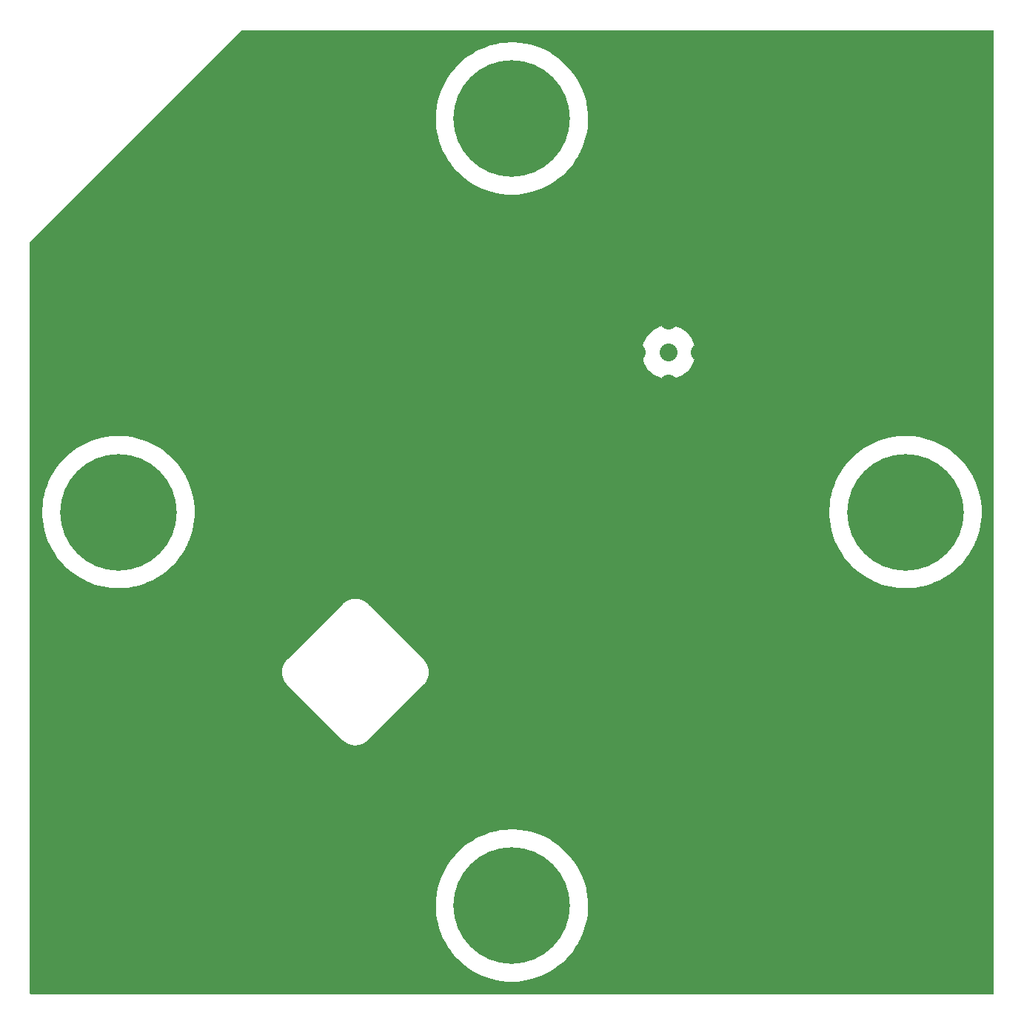
<source format=gbr>
G04 #@! TF.GenerationSoftware,KiCad,Pcbnew,6.0.4-6f826c9f35~116~ubuntu20.04.1*
G04 #@! TF.CreationDate,2022-04-14T13:24:01-04:00*
G04 #@! TF.ProjectId,LWA Balun 2020,4c574120-4261-46c7-956e-20323032302e,rev?*
G04 #@! TF.SameCoordinates,Original*
G04 #@! TF.FileFunction,Copper,L2,Bot*
G04 #@! TF.FilePolarity,Positive*
%FSLAX46Y46*%
G04 Gerber Fmt 4.6, Leading zero omitted, Abs format (unit mm)*
G04 Created by KiCad (PCBNEW 6.0.4-6f826c9f35~116~ubuntu20.04.1) date 2022-04-14 13:24:01*
%MOMM*%
%LPD*%
G01*
G04 APERTURE LIST*
G04 #@! TA.AperFunction,ComponentPad*
%ADD10C,13.335000*%
G04 #@! TD*
G04 #@! TA.AperFunction,ComponentPad*
%ADD11C,0.762000*%
G04 #@! TD*
G04 #@! TA.AperFunction,ComponentPad*
%ADD12C,7.620000*%
G04 #@! TD*
G04 #@! TA.AperFunction,ComponentPad*
%ADD13C,2.032000*%
G04 #@! TD*
G04 #@! TA.AperFunction,ViaPad*
%ADD14C,1.270000*%
G04 #@! TD*
G04 #@! TA.AperFunction,ViaPad*
%ADD15C,0.762000*%
G04 #@! TD*
G04 APERTURE END LIST*
D10*
G04 #@! TO.P,FP1,1,Pin_1*
G04 #@! TO.N,Net-(C4-Pad2)*
X101304000Y-100076000D03*
G04 #@! TD*
G04 #@! TO.P,FP2,1,Pin_1*
G04 #@! TO.N,Net-(C7-Pad2)*
X191304000Y-100076000D03*
G04 #@! TD*
G04 #@! TO.P,FP3,1,Pin_1*
G04 #@! TO.N,unconnected-(FP3-Pad1)*
X146304000Y-55076000D03*
G04 #@! TD*
G04 #@! TO.P,FP4,1,Pin_1*
G04 #@! TO.N,unconnected-(FP4-Pad1)*
X146304000Y-145076000D03*
G04 #@! TD*
D11*
G04 #@! TO.P,U1,2*
G04 #@! TO.N,GND*
X133121400Y-98018600D03*
X135661400Y-96748600D03*
X134391400Y-96748600D03*
X133121400Y-96748600D03*
X134391400Y-98018600D03*
X135661400Y-98018600D03*
X134391400Y-101384100D03*
G04 #@! TD*
G04 #@! TO.P,U4,2*
G04 #@! TO.N,GND*
X143611600Y-79273400D03*
X143611600Y-76733400D03*
X143611600Y-78003400D03*
X146977100Y-78003400D03*
X142341600Y-76733400D03*
X142341600Y-78003400D03*
X142341600Y-79273400D03*
G04 #@! TD*
D12*
G04 #@! TO.P,MH1,1*
G04 #@! TO.N,GND*
X171929628Y-125701628D03*
G04 #@! TD*
G04 #@! TO.P,MH2,1*
G04 #@! TO.N,GND*
X120678372Y-74450372D03*
G04 #@! TD*
D11*
G04 #@! TO.P,U2,2*
G04 #@! TO.N,GND*
X156946600Y-102133400D03*
X159486600Y-103403400D03*
X156946600Y-103403400D03*
X159486600Y-102133400D03*
X158216600Y-102133400D03*
X158216600Y-98767900D03*
X158216600Y-103403400D03*
G04 #@! TD*
D13*
G04 #@! TO.P,S3,1,In*
G04 #@! TO.N,/DC_PWR*
X164211000Y-81788000D03*
G04 #@! TO.P,S3,2,Ext*
G04 #@! TO.N,GND*
X164211000Y-78195898D03*
X167803102Y-81788000D03*
X164211000Y-85380102D03*
X160618898Y-81788000D03*
G04 #@! TD*
D14*
G04 #@! TO.N,GND*
X146304000Y-100076000D03*
X155829000Y-134493000D03*
X174879000Y-102616000D03*
X137541000Y-130175000D03*
X146304000Y-89281000D03*
X136779000Y-120396000D03*
D15*
X178178848Y-104197826D03*
X178178847Y-106147826D03*
X178178847Y-105497826D03*
X178178847Y-104847826D03*
D14*
X146739000Y-84709000D03*
X151406020Y-127381000D03*
X148590000Y-125182040D03*
X154206000Y-125415960D03*
X162941000Y-122113954D03*
X162941000Y-125425200D03*
X153670000Y-131699000D03*
X138684000Y-82296000D03*
X110744000Y-64516000D03*
X187911630Y-121276150D03*
X167259000Y-89357200D03*
X107950000Y-70612000D03*
X167894000Y-97536000D03*
X132842000Y-106426000D03*
X159766000Y-106426000D03*
X163449000Y-67538600D03*
X134366000Y-102743000D03*
X128524000Y-93726000D03*
X151257000Y-94234000D03*
X113030000Y-67183000D03*
X164871400Y-74523600D03*
X113792000Y-84963000D03*
X116141500Y-47833010D03*
X173228000Y-82169000D03*
X108839000Y-138811000D03*
X117729000Y-97536000D03*
X124714000Y-102616000D03*
X180594000Y-130556000D03*
X117729000Y-102616000D03*
X125222000Y-108204000D03*
X105029000Y-59055000D03*
X177546000Y-74803000D03*
X179324000Y-67056000D03*
X176466500Y-47833020D03*
X162306000Y-105232200D03*
X116459000Y-108127800D03*
X125103850Y-141683630D03*
X128524000Y-89916000D03*
X104696370Y-121276150D03*
X94061010Y-130238500D03*
X163271200Y-90068400D03*
X174879000Y-97536000D03*
X100584000Y-141224000D03*
X149148800Y-83794600D03*
X152425400Y-77774800D03*
X187911630Y-78875850D03*
X151384000Y-104216200D03*
X166370000Y-58420000D03*
X141351000Y-94234000D03*
X124460000Y-81026000D03*
X142875000Y-133223000D03*
X130302000Y-105232200D03*
X113919000Y-117221000D03*
X150114000Y-113766600D03*
X151384000Y-107696000D03*
X94061020Y-69913500D03*
X157226000Y-78486000D03*
X118110000Y-89408000D03*
X198546990Y-69913500D03*
X161544000Y-92456000D03*
X117729000Y-124841000D03*
X141224000Y-104216200D03*
X116205000Y-153416000D03*
X175437800Y-110566200D03*
X138684000Y-87376000D03*
X181864000Y-64516000D03*
X167504150Y-141683630D03*
X157937200Y-94107000D03*
X153797000Y-135636000D03*
X165963600Y-70027800D03*
X162306000Y-95072200D03*
X146304000Y-67056000D03*
X126619000Y-53721000D03*
X125984000Y-132461000D03*
X166624000Y-133731000D03*
X167894000Y-102616000D03*
X181864000Y-135636000D03*
X141224000Y-107696000D03*
X126517400Y-66827400D03*
X182626000Y-82042000D03*
X143129000Y-113766600D03*
X104696370Y-78875850D03*
X158242000Y-97409000D03*
X180594000Y-69596000D03*
X198546980Y-130238500D03*
X175437800Y-89585800D03*
X130302000Y-95072200D03*
X124714000Y-97536000D03*
X179324000Y-133096000D03*
X125222000Y-92100400D03*
X138684000Y-78740000D03*
X188950600Y-142494000D03*
X110744000Y-135636000D03*
X158623000Y-129921000D03*
X176466500Y-152318990D03*
X178054000Y-119761000D03*
X164719000Y-112699800D03*
X188960220Y-57419780D03*
G04 #@! TD*
G04 #@! TA.AperFunction,Conductor*
G04 #@! TO.N,GND*
G36*
X201363621Y-44978502D02*
G01*
X201410114Y-45032158D01*
X201421500Y-45084500D01*
X201421500Y-155067500D01*
X201401498Y-155135621D01*
X201347842Y-155182114D01*
X201295500Y-155193500D01*
X91312500Y-155193500D01*
X91244379Y-155173498D01*
X91197886Y-155119842D01*
X91186500Y-155067500D01*
X91186500Y-144863321D01*
X137601737Y-144863321D01*
X137606775Y-145440522D01*
X137650054Y-146016119D01*
X137731385Y-146587583D01*
X137850411Y-147152401D01*
X138006608Y-147708088D01*
X138199289Y-148252202D01*
X138200115Y-148254121D01*
X138200117Y-148254125D01*
X138223623Y-148308705D01*
X138427606Y-148782350D01*
X138690557Y-149296200D01*
X138986985Y-149791495D01*
X139315585Y-150266055D01*
X139446488Y-150430622D01*
X139673616Y-150716162D01*
X139673629Y-150716177D01*
X139674915Y-150717794D01*
X140063393Y-151144725D01*
X140479311Y-151544972D01*
X140920841Y-151916775D01*
X141386041Y-152258498D01*
X141629453Y-152413569D01*
X141871100Y-152567516D01*
X141871109Y-152567522D01*
X141872865Y-152568640D01*
X141874688Y-152569638D01*
X141874693Y-152569641D01*
X142377340Y-152844831D01*
X142379174Y-152845835D01*
X142381074Y-152846717D01*
X142381080Y-152846720D01*
X142877645Y-153077218D01*
X142902740Y-153088867D01*
X143441262Y-153296665D01*
X143443247Y-153297283D01*
X143443252Y-153297285D01*
X143675660Y-153369672D01*
X143992371Y-153468316D01*
X144058741Y-153484250D01*
X144551631Y-153602583D01*
X144551646Y-153602586D01*
X144553645Y-153603066D01*
X144555676Y-153603413D01*
X144555685Y-153603415D01*
X145120571Y-153699973D01*
X145120582Y-153699975D01*
X145122615Y-153700322D01*
X145283724Y-153716971D01*
X145694707Y-153759442D01*
X145694714Y-153759442D01*
X145696780Y-153759656D01*
X145698870Y-153759733D01*
X145698875Y-153759733D01*
X145855920Y-153765492D01*
X146273614Y-153780808D01*
X146609821Y-153770830D01*
X146848504Y-153763746D01*
X146848513Y-153763745D01*
X146850583Y-153763684D01*
X146964456Y-153752719D01*
X147423065Y-153708561D01*
X147423078Y-153708559D01*
X147425148Y-153708360D01*
X147709965Y-153661719D01*
X147992721Y-153615416D01*
X147992731Y-153615414D01*
X147994783Y-153615078D01*
X147996814Y-153614605D01*
X147996821Y-153614604D01*
X148172497Y-153573723D01*
X148556984Y-153484250D01*
X149109278Y-153316450D01*
X149111223Y-153315715D01*
X149111232Y-153315712D01*
X149349660Y-153225617D01*
X149649237Y-153112417D01*
X150174487Y-152873046D01*
X150682719Y-152599392D01*
X150921600Y-152449542D01*
X151169916Y-152293774D01*
X151169925Y-152293768D01*
X151171696Y-152292657D01*
X151286926Y-152209245D01*
X151637571Y-151955421D01*
X151637579Y-151955415D01*
X151639271Y-151954190D01*
X151724448Y-151883474D01*
X152081778Y-151586813D01*
X152081793Y-151586800D01*
X152083385Y-151585478D01*
X152084887Y-151584053D01*
X152084899Y-151584042D01*
X152500581Y-151189575D01*
X152502088Y-151188145D01*
X152893537Y-150763936D01*
X153256011Y-150314716D01*
X153587917Y-149842462D01*
X153887795Y-149349249D01*
X153916381Y-149294337D01*
X154153358Y-148839107D01*
X154154327Y-148837246D01*
X154155159Y-148835350D01*
X154155166Y-148835336D01*
X154385504Y-148310609D01*
X154386340Y-148308705D01*
X154407507Y-148250234D01*
X154582104Y-147767915D01*
X154582107Y-147767906D01*
X154582815Y-147765950D01*
X154600093Y-147706091D01*
X154742306Y-147213380D01*
X154742306Y-147213379D01*
X154742887Y-147211367D01*
X154865853Y-146647394D01*
X154951172Y-146076512D01*
X154998469Y-145501230D01*
X155008861Y-145076000D01*
X154989723Y-144499095D01*
X154989515Y-144497008D01*
X154932600Y-143926797D01*
X154932598Y-143926786D01*
X154932393Y-143924727D01*
X154932050Y-143922676D01*
X154837467Y-143357467D01*
X154837464Y-143357454D01*
X154837124Y-143355420D01*
X154788444Y-143149487D01*
X154704813Y-142795706D01*
X154704812Y-142795704D01*
X154704334Y-142793680D01*
X154534608Y-142241974D01*
X154328691Y-141702731D01*
X154087488Y-141178319D01*
X153984868Y-140989315D01*
X153813062Y-140672888D01*
X153812062Y-140671046D01*
X153503621Y-140183142D01*
X153163524Y-139716752D01*
X152793265Y-139273927D01*
X152644906Y-139118678D01*
X152395916Y-138858126D01*
X152395915Y-138858125D01*
X152394472Y-138856615D01*
X151968899Y-138466649D01*
X151518417Y-138105745D01*
X151045007Y-137775489D01*
X151043240Y-137774423D01*
X151043226Y-137774414D01*
X150552539Y-137478413D01*
X150552526Y-137478406D01*
X150550751Y-137477335D01*
X150037821Y-137212592D01*
X149508473Y-136982425D01*
X149506504Y-136981720D01*
X149506499Y-136981718D01*
X148967024Y-136788558D01*
X148967020Y-136788557D01*
X148965035Y-136787846D01*
X148409896Y-136629711D01*
X147845498Y-136508714D01*
X147843434Y-136508413D01*
X147843429Y-136508412D01*
X147276402Y-136425691D01*
X147276389Y-136425690D01*
X147274322Y-136425388D01*
X147004491Y-136404152D01*
X146700940Y-136380262D01*
X146700934Y-136380262D01*
X146698879Y-136380100D01*
X146403246Y-136376488D01*
X146123765Y-136373073D01*
X146123758Y-136373073D01*
X146121699Y-136373048D01*
X145545321Y-136404264D01*
X145543261Y-136404513D01*
X145543253Y-136404514D01*
X145372115Y-136425224D01*
X144972280Y-136473609D01*
X144970225Y-136473997D01*
X144970227Y-136473997D01*
X144407161Y-136580389D01*
X144407154Y-136580391D01*
X144405093Y-136580780D01*
X143846257Y-136725305D01*
X143844292Y-136725955D01*
X143300212Y-136905892D01*
X143300198Y-136905897D01*
X143298227Y-136906549D01*
X143296289Y-136907336D01*
X142765358Y-137122924D01*
X142765342Y-137122931D01*
X142763414Y-137123714D01*
X142761523Y-137124632D01*
X142761519Y-137124634D01*
X142580377Y-137212592D01*
X142244169Y-137375846D01*
X141742776Y-137661835D01*
X141741062Y-137662969D01*
X141741053Y-137662975D01*
X141572688Y-137774414D01*
X141261438Y-137980426D01*
X140802273Y-138330216D01*
X140367299Y-138709668D01*
X139958429Y-139117113D01*
X139957056Y-139118676D01*
X139957054Y-139118678D01*
X139819270Y-139275515D01*
X139577462Y-139550759D01*
X139576176Y-139552435D01*
X139451306Y-139715169D01*
X139226071Y-140008700D01*
X138905802Y-140488923D01*
X138904755Y-140490744D01*
X138619106Y-140987502D01*
X138619100Y-140987514D01*
X138618064Y-140989315D01*
X138364121Y-141507677D01*
X138363330Y-141509606D01*
X138363324Y-141509619D01*
X138284906Y-141700823D01*
X138145091Y-142041729D01*
X137961935Y-142589122D01*
X137815460Y-143147451D01*
X137706310Y-143714260D01*
X137706053Y-143716324D01*
X137706051Y-143716336D01*
X137680095Y-143924727D01*
X137634965Y-144287056D01*
X137601737Y-144863321D01*
X91186500Y-144863321D01*
X91186500Y-118399558D01*
X120009847Y-118399558D01*
X120010230Y-118403936D01*
X120010230Y-118403938D01*
X120012375Y-118428455D01*
X120012835Y-118441631D01*
X120012329Y-118470632D01*
X120012864Y-118474988D01*
X120012864Y-118474991D01*
X120025056Y-118574283D01*
X120025515Y-118578648D01*
X120034621Y-118682729D01*
X120035609Y-118687010D01*
X120035610Y-118687014D01*
X120041146Y-118710993D01*
X120043436Y-118723979D01*
X120046971Y-118752766D01*
X120048109Y-118757012D01*
X120074000Y-118853641D01*
X120075064Y-118857908D01*
X120097576Y-118955419D01*
X120097578Y-118955427D01*
X120098564Y-118959696D01*
X120100135Y-118963788D01*
X120100140Y-118963805D01*
X120108960Y-118986781D01*
X120113035Y-118999323D01*
X120119401Y-119023080D01*
X120120541Y-119027333D01*
X120122258Y-119031378D01*
X120161356Y-119123488D01*
X120163003Y-119127565D01*
X120200432Y-119225069D01*
X120202565Y-119228917D01*
X120214493Y-119250437D01*
X120220273Y-119262287D01*
X120231607Y-119288988D01*
X120269338Y-119351782D01*
X120285404Y-119378521D01*
X120287593Y-119382313D01*
X120338240Y-119473682D01*
X120340885Y-119477192D01*
X120355695Y-119496846D01*
X120363068Y-119507778D01*
X120375735Y-119528859D01*
X120375743Y-119528870D01*
X120378008Y-119532640D01*
X120413323Y-119576250D01*
X120443739Y-119613812D01*
X120446446Y-119617277D01*
X120509307Y-119700696D01*
X120529810Y-119721199D01*
X120538636Y-119731000D01*
X120553502Y-119749358D01*
X120556894Y-119753547D01*
X120560109Y-119756545D01*
X120633299Y-119824796D01*
X120636462Y-119827851D01*
X126879810Y-126071199D01*
X126888635Y-126080999D01*
X126906894Y-126103547D01*
X126910109Y-126106545D01*
X126983299Y-126174796D01*
X126986462Y-126177851D01*
X127009993Y-126201382D01*
X127035136Y-126223238D01*
X127038379Y-126226159D01*
X127114783Y-126297407D01*
X127138551Y-126314050D01*
X127148930Y-126322159D01*
X127170824Y-126341191D01*
X127174512Y-126343586D01*
X127174520Y-126343592D01*
X127258437Y-126398088D01*
X127262060Y-126400531D01*
X127347629Y-126460447D01*
X127351545Y-126462442D01*
X127351553Y-126462447D01*
X127373477Y-126473617D01*
X127384894Y-126480208D01*
X127409218Y-126496005D01*
X127484501Y-126531110D01*
X127503874Y-126540144D01*
X127507820Y-126542069D01*
X127600900Y-126589495D01*
X127628340Y-126598944D01*
X127640550Y-126603877D01*
X127666839Y-126616136D01*
X127740781Y-126638742D01*
X127766739Y-126646678D01*
X127770923Y-126648038D01*
X127865505Y-126680606D01*
X127865510Y-126680607D01*
X127869665Y-126682038D01*
X127892260Y-126686430D01*
X127898140Y-126687573D01*
X127910933Y-126690763D01*
X127938670Y-126699243D01*
X127943015Y-126699931D01*
X127943023Y-126699933D01*
X128010543Y-126710627D01*
X128041859Y-126715587D01*
X128046144Y-126716342D01*
X128148695Y-126736276D01*
X128153087Y-126736506D01*
X128153093Y-126736507D01*
X128169394Y-126737361D01*
X128177661Y-126737794D01*
X128190762Y-126739171D01*
X128219423Y-126743710D01*
X128223808Y-126743787D01*
X128223813Y-126743787D01*
X128323871Y-126745533D01*
X128328267Y-126745687D01*
X128428161Y-126750923D01*
X128428168Y-126750923D01*
X128432558Y-126751153D01*
X128436936Y-126750770D01*
X128436938Y-126750770D01*
X128446096Y-126749969D01*
X128461459Y-126748625D01*
X128474631Y-126748165D01*
X128503632Y-126748671D01*
X128507988Y-126748136D01*
X128507991Y-126748136D01*
X128543409Y-126743787D01*
X128607305Y-126735942D01*
X128611648Y-126735485D01*
X128642771Y-126732762D01*
X128711356Y-126726762D01*
X128711362Y-126726761D01*
X128715729Y-126726379D01*
X128720010Y-126725391D01*
X128720014Y-126725390D01*
X128743993Y-126719854D01*
X128756979Y-126717564D01*
X128773102Y-126715584D01*
X128781402Y-126714565D01*
X128781404Y-126714565D01*
X128785766Y-126714029D01*
X128886641Y-126687000D01*
X128890908Y-126685936D01*
X128988419Y-126663424D01*
X128988427Y-126663422D01*
X128992696Y-126662436D01*
X128996788Y-126660865D01*
X128996805Y-126660860D01*
X129019781Y-126652040D01*
X129032323Y-126647965D01*
X129056080Y-126641599D01*
X129056086Y-126641597D01*
X129060333Y-126640459D01*
X129156488Y-126599644D01*
X129160565Y-126597997D01*
X129187923Y-126587495D01*
X129258069Y-126560568D01*
X129263396Y-126557615D01*
X129283437Y-126546507D01*
X129295287Y-126540727D01*
X129317943Y-126531110D01*
X129321988Y-126529393D01*
X129411539Y-126475586D01*
X129415313Y-126473407D01*
X129506682Y-126422760D01*
X129529846Y-126405305D01*
X129540778Y-126397932D01*
X129561859Y-126385265D01*
X129561870Y-126385257D01*
X129565640Y-126382992D01*
X129640758Y-126322163D01*
X129646812Y-126317261D01*
X129650277Y-126314554D01*
X129690067Y-126284570D01*
X129733696Y-126251693D01*
X129754199Y-126231190D01*
X129764000Y-126222364D01*
X129783133Y-126206871D01*
X129783136Y-126206868D01*
X129786547Y-126204106D01*
X129857804Y-126127692D01*
X129860860Y-126124529D01*
X136104199Y-119881190D01*
X136114000Y-119872364D01*
X136133133Y-119856871D01*
X136133136Y-119856868D01*
X136136547Y-119854106D01*
X136207804Y-119777692D01*
X136210860Y-119774529D01*
X136234382Y-119751007D01*
X136256230Y-119725874D01*
X136259166Y-119722613D01*
X136327405Y-119649435D01*
X136330406Y-119646217D01*
X136347045Y-119622454D01*
X136355155Y-119612074D01*
X136371304Y-119593497D01*
X136374191Y-119590176D01*
X136376590Y-119586482D01*
X136431084Y-119502569D01*
X136433543Y-119498923D01*
X136490923Y-119416975D01*
X136493447Y-119413371D01*
X136495442Y-119409455D01*
X136495447Y-119409447D01*
X136506617Y-119387523D01*
X136513208Y-119376106D01*
X136529005Y-119351782D01*
X136573148Y-119257118D01*
X136575072Y-119253173D01*
X136587431Y-119228917D01*
X136622495Y-119160100D01*
X136631944Y-119132660D01*
X136636879Y-119120446D01*
X136647277Y-119098148D01*
X136647278Y-119098146D01*
X136649136Y-119094161D01*
X136679679Y-118994259D01*
X136681038Y-118990077D01*
X136713606Y-118895495D01*
X136713607Y-118895490D01*
X136715038Y-118891335D01*
X136720573Y-118862860D01*
X136723763Y-118850067D01*
X136723910Y-118849586D01*
X136732243Y-118822330D01*
X136732931Y-118817985D01*
X136732933Y-118817977D01*
X136743952Y-118748402D01*
X136748587Y-118719141D01*
X136749342Y-118714856D01*
X136769276Y-118612305D01*
X136770794Y-118583339D01*
X136772171Y-118570238D01*
X136776710Y-118541577D01*
X136778533Y-118437129D01*
X136778687Y-118432733D01*
X136783923Y-118332839D01*
X136783923Y-118332832D01*
X136784153Y-118328442D01*
X136781625Y-118299541D01*
X136781165Y-118286367D01*
X136781594Y-118261760D01*
X136781671Y-118257368D01*
X136773500Y-118190814D01*
X136768939Y-118153670D01*
X136768480Y-118149298D01*
X136759762Y-118049662D01*
X136759378Y-118045271D01*
X136752853Y-118017010D01*
X136750564Y-118004024D01*
X136747565Y-117979599D01*
X136747565Y-117979598D01*
X136747029Y-117975234D01*
X136719994Y-117874336D01*
X136718930Y-117870069D01*
X136696425Y-117772590D01*
X136696424Y-117772587D01*
X136695435Y-117768303D01*
X136685038Y-117741218D01*
X136680970Y-117728699D01*
X136673459Y-117700667D01*
X136632637Y-117604496D01*
X136630990Y-117600419D01*
X136629034Y-117595324D01*
X136593568Y-117502931D01*
X136579508Y-117477565D01*
X136573729Y-117465717D01*
X136564113Y-117443063D01*
X136564111Y-117443058D01*
X136562393Y-117439012D01*
X136560130Y-117435245D01*
X136560126Y-117435238D01*
X136508600Y-117349486D01*
X136506401Y-117345676D01*
X136457896Y-117258169D01*
X136457890Y-117258160D01*
X136455760Y-117254317D01*
X136438302Y-117231149D01*
X136430929Y-117220217D01*
X136418265Y-117199141D01*
X136418257Y-117199130D01*
X136415992Y-117195360D01*
X136366710Y-117134501D01*
X136350266Y-117114194D01*
X136347559Y-117110729D01*
X136317859Y-117071317D01*
X136284693Y-117027304D01*
X136264190Y-117006801D01*
X136255364Y-116997000D01*
X136239871Y-116977867D01*
X136239868Y-116977864D01*
X136237106Y-116974453D01*
X136160692Y-116903196D01*
X136157529Y-116900140D01*
X129914190Y-110656801D01*
X129905364Y-110647000D01*
X129889871Y-110627867D01*
X129889868Y-110627864D01*
X129887106Y-110624453D01*
X129810692Y-110553196D01*
X129807529Y-110550140D01*
X129784007Y-110526618D01*
X129758881Y-110504776D01*
X129755613Y-110501834D01*
X129728238Y-110476307D01*
X129679217Y-110430594D01*
X129655454Y-110413955D01*
X129645074Y-110405845D01*
X129626497Y-110389696D01*
X129626498Y-110389696D01*
X129623176Y-110386809D01*
X129619482Y-110384410D01*
X129535569Y-110329916D01*
X129531923Y-110327457D01*
X129487456Y-110296321D01*
X129446371Y-110267553D01*
X129442455Y-110265558D01*
X129442447Y-110265553D01*
X129420523Y-110254383D01*
X129409106Y-110247792D01*
X129384782Y-110231995D01*
X129290118Y-110187852D01*
X129286173Y-110185928D01*
X129277465Y-110181491D01*
X129193100Y-110138505D01*
X129165660Y-110129056D01*
X129153450Y-110124123D01*
X129127161Y-110111864D01*
X129027259Y-110081321D01*
X129023077Y-110079962D01*
X128928495Y-110047394D01*
X128928490Y-110047393D01*
X128924335Y-110045962D01*
X128895860Y-110040427D01*
X128883067Y-110037237D01*
X128882586Y-110037090D01*
X128855330Y-110028757D01*
X128850985Y-110028069D01*
X128850977Y-110028067D01*
X128769160Y-110015109D01*
X128752142Y-110012414D01*
X128747847Y-110011656D01*
X128645305Y-109991724D01*
X128640913Y-109991494D01*
X128640907Y-109991493D01*
X128624757Y-109990647D01*
X128616337Y-109990206D01*
X128603237Y-109988829D01*
X128574576Y-109984290D01*
X128570191Y-109984213D01*
X128570186Y-109984213D01*
X128470129Y-109982467D01*
X128465733Y-109982313D01*
X128365839Y-109977077D01*
X128365832Y-109977077D01*
X128361442Y-109976847D01*
X128357064Y-109977230D01*
X128357062Y-109977230D01*
X128347861Y-109978035D01*
X128332541Y-109979375D01*
X128319370Y-109979835D01*
X128290368Y-109979329D01*
X128286013Y-109979864D01*
X128286007Y-109979864D01*
X128186670Y-109992061D01*
X128182298Y-109992520D01*
X128147693Y-109995548D01*
X128078271Y-110001622D01*
X128073985Y-110002612D01*
X128073982Y-110002612D01*
X128061266Y-110005548D01*
X128050010Y-110008147D01*
X128037024Y-110010436D01*
X128008234Y-110013971D01*
X127927651Y-110035563D01*
X127907336Y-110041006D01*
X127903069Y-110042070D01*
X127805590Y-110064575D01*
X127805587Y-110064576D01*
X127801303Y-110065565D01*
X127774218Y-110075962D01*
X127761699Y-110080030D01*
X127733667Y-110087541D01*
X127679393Y-110110579D01*
X127637496Y-110128363D01*
X127633427Y-110130007D01*
X127535931Y-110167432D01*
X127532079Y-110169567D01*
X127532077Y-110169568D01*
X127510567Y-110181491D01*
X127498717Y-110187271D01*
X127476063Y-110196887D01*
X127476058Y-110196889D01*
X127472012Y-110198607D01*
X127468245Y-110200870D01*
X127468238Y-110200874D01*
X127419537Y-110230137D01*
X127382468Y-110252410D01*
X127378676Y-110254599D01*
X127291169Y-110303104D01*
X127291160Y-110303110D01*
X127287317Y-110305240D01*
X127283806Y-110307885D01*
X127283807Y-110307885D01*
X127264149Y-110322698D01*
X127253217Y-110330071D01*
X127232141Y-110342735D01*
X127232130Y-110342743D01*
X127228360Y-110345008D01*
X127184658Y-110380397D01*
X127147194Y-110410734D01*
X127143729Y-110413441D01*
X127104317Y-110443141D01*
X127060304Y-110476307D01*
X127039801Y-110496810D01*
X127030000Y-110505636D01*
X127010867Y-110521129D01*
X127010864Y-110521132D01*
X127007453Y-110523894D01*
X127004455Y-110527109D01*
X126936204Y-110600299D01*
X126933149Y-110603462D01*
X120689801Y-116846810D01*
X120680000Y-116855636D01*
X120660867Y-116871129D01*
X120660864Y-116871132D01*
X120657453Y-116873894D01*
X120654455Y-116877109D01*
X120586204Y-116950299D01*
X120583149Y-116953462D01*
X120559618Y-116976993D01*
X120537770Y-117002126D01*
X120534841Y-117005379D01*
X120463593Y-117081783D01*
X120446950Y-117105551D01*
X120438841Y-117115930D01*
X120419809Y-117137824D01*
X120417414Y-117141512D01*
X120417408Y-117141520D01*
X120362912Y-117225437D01*
X120360469Y-117229060D01*
X120300553Y-117314629D01*
X120298558Y-117318545D01*
X120298553Y-117318553D01*
X120287383Y-117340477D01*
X120280792Y-117351894D01*
X120264995Y-117376218D01*
X120263138Y-117380200D01*
X120263137Y-117380202D01*
X120220856Y-117470874D01*
X120218931Y-117474820D01*
X120171505Y-117567900D01*
X120162056Y-117595340D01*
X120157123Y-117607550D01*
X120144864Y-117633839D01*
X120143579Y-117638043D01*
X120114322Y-117733739D01*
X120112963Y-117737921D01*
X120078962Y-117836665D01*
X120078124Y-117840978D01*
X120073427Y-117865140D01*
X120070237Y-117877933D01*
X120061757Y-117905670D01*
X120061069Y-117910015D01*
X120061067Y-117910023D01*
X120045416Y-118008844D01*
X120044656Y-118013153D01*
X120024724Y-118115695D01*
X120024494Y-118120087D01*
X120024493Y-118120093D01*
X120023206Y-118144658D01*
X120021829Y-118157763D01*
X120017290Y-118186424D01*
X120017213Y-118190809D01*
X120017213Y-118190814D01*
X120015467Y-118290871D01*
X120015313Y-118295267D01*
X120011711Y-118364000D01*
X120009847Y-118399558D01*
X91186500Y-118399558D01*
X91186500Y-99863321D01*
X92601737Y-99863321D01*
X92606775Y-100440522D01*
X92650054Y-101016119D01*
X92731385Y-101587583D01*
X92850411Y-102152401D01*
X93006608Y-102708088D01*
X93199289Y-103252202D01*
X93200115Y-103254121D01*
X93200117Y-103254125D01*
X93223623Y-103308705D01*
X93427606Y-103782350D01*
X93690557Y-104296200D01*
X93986985Y-104791495D01*
X94315585Y-105266055D01*
X94446488Y-105430622D01*
X94673616Y-105716162D01*
X94673629Y-105716177D01*
X94674915Y-105717794D01*
X95063393Y-106144725D01*
X95479311Y-106544972D01*
X95920841Y-106916775D01*
X96386041Y-107258498D01*
X96629453Y-107413569D01*
X96871100Y-107567516D01*
X96871109Y-107567522D01*
X96872865Y-107568640D01*
X96874688Y-107569638D01*
X96874693Y-107569641D01*
X97377340Y-107844831D01*
X97379174Y-107845835D01*
X97381074Y-107846717D01*
X97381080Y-107846720D01*
X97877645Y-108077218D01*
X97902740Y-108088867D01*
X98441262Y-108296665D01*
X98443247Y-108297283D01*
X98443252Y-108297285D01*
X98675660Y-108369672D01*
X98992371Y-108468316D01*
X99058741Y-108484250D01*
X99551631Y-108602583D01*
X99551646Y-108602586D01*
X99553645Y-108603066D01*
X99555676Y-108603413D01*
X99555685Y-108603415D01*
X100120571Y-108699973D01*
X100120582Y-108699975D01*
X100122615Y-108700322D01*
X100283724Y-108716971D01*
X100694707Y-108759442D01*
X100694714Y-108759442D01*
X100696780Y-108759656D01*
X100698870Y-108759733D01*
X100698875Y-108759733D01*
X100855920Y-108765492D01*
X101273614Y-108780808D01*
X101609821Y-108770830D01*
X101848504Y-108763746D01*
X101848513Y-108763745D01*
X101850583Y-108763684D01*
X101964456Y-108752719D01*
X102423065Y-108708561D01*
X102423078Y-108708559D01*
X102425148Y-108708360D01*
X102709965Y-108661719D01*
X102992721Y-108615416D01*
X102992731Y-108615414D01*
X102994783Y-108615078D01*
X102996814Y-108614605D01*
X102996821Y-108614604D01*
X103172497Y-108573723D01*
X103556984Y-108484250D01*
X104109278Y-108316450D01*
X104111223Y-108315715D01*
X104111232Y-108315712D01*
X104349660Y-108225617D01*
X104649237Y-108112417D01*
X105174487Y-107873046D01*
X105682719Y-107599392D01*
X105921600Y-107449542D01*
X106169916Y-107293774D01*
X106169925Y-107293768D01*
X106171696Y-107292657D01*
X106286926Y-107209245D01*
X106637571Y-106955421D01*
X106637579Y-106955415D01*
X106639271Y-106954190D01*
X106724448Y-106883474D01*
X107081778Y-106586813D01*
X107081793Y-106586800D01*
X107083385Y-106585478D01*
X107084887Y-106584053D01*
X107084899Y-106584042D01*
X107500581Y-106189575D01*
X107502088Y-106188145D01*
X107893537Y-105763936D01*
X108256011Y-105314716D01*
X108587917Y-104842462D01*
X108887795Y-104349249D01*
X108916381Y-104294337D01*
X109153358Y-103839107D01*
X109154327Y-103837246D01*
X109155159Y-103835350D01*
X109155166Y-103835336D01*
X109385504Y-103310609D01*
X109386340Y-103308705D01*
X109407507Y-103250234D01*
X109582104Y-102767915D01*
X109582107Y-102767906D01*
X109582815Y-102765950D01*
X109600093Y-102706091D01*
X109742306Y-102213380D01*
X109742306Y-102213379D01*
X109742887Y-102211367D01*
X109865853Y-101647394D01*
X109951172Y-101076512D01*
X109998469Y-100501230D01*
X110008861Y-100076000D01*
X110001806Y-99863321D01*
X182601737Y-99863321D01*
X182606775Y-100440522D01*
X182650054Y-101016119D01*
X182731385Y-101587583D01*
X182850411Y-102152401D01*
X183006608Y-102708088D01*
X183199289Y-103252202D01*
X183200115Y-103254121D01*
X183200117Y-103254125D01*
X183223623Y-103308705D01*
X183427606Y-103782350D01*
X183690557Y-104296200D01*
X183986985Y-104791495D01*
X184315585Y-105266055D01*
X184446488Y-105430622D01*
X184673616Y-105716162D01*
X184673629Y-105716177D01*
X184674915Y-105717794D01*
X185063393Y-106144725D01*
X185479311Y-106544972D01*
X185920841Y-106916775D01*
X186386041Y-107258498D01*
X186629453Y-107413569D01*
X186871100Y-107567516D01*
X186871109Y-107567522D01*
X186872865Y-107568640D01*
X186874688Y-107569638D01*
X186874693Y-107569641D01*
X187377340Y-107844831D01*
X187379174Y-107845835D01*
X187381074Y-107846717D01*
X187381080Y-107846720D01*
X187877645Y-108077218D01*
X187902740Y-108088867D01*
X188441262Y-108296665D01*
X188443247Y-108297283D01*
X188443252Y-108297285D01*
X188675660Y-108369672D01*
X188992371Y-108468316D01*
X189058741Y-108484250D01*
X189551631Y-108602583D01*
X189551646Y-108602586D01*
X189553645Y-108603066D01*
X189555676Y-108603413D01*
X189555685Y-108603415D01*
X190120571Y-108699973D01*
X190120582Y-108699975D01*
X190122615Y-108700322D01*
X190283724Y-108716971D01*
X190694707Y-108759442D01*
X190694714Y-108759442D01*
X190696780Y-108759656D01*
X190698870Y-108759733D01*
X190698875Y-108759733D01*
X190855920Y-108765492D01*
X191273614Y-108780808D01*
X191609821Y-108770830D01*
X191848504Y-108763746D01*
X191848513Y-108763745D01*
X191850583Y-108763684D01*
X191964456Y-108752719D01*
X192423065Y-108708561D01*
X192423078Y-108708559D01*
X192425148Y-108708360D01*
X192709965Y-108661719D01*
X192992721Y-108615416D01*
X192992731Y-108615414D01*
X192994783Y-108615078D01*
X192996814Y-108614605D01*
X192996821Y-108614604D01*
X193172497Y-108573723D01*
X193556984Y-108484250D01*
X194109278Y-108316450D01*
X194111223Y-108315715D01*
X194111232Y-108315712D01*
X194349660Y-108225617D01*
X194649237Y-108112417D01*
X195174487Y-107873046D01*
X195682719Y-107599392D01*
X195921600Y-107449542D01*
X196169916Y-107293774D01*
X196169925Y-107293768D01*
X196171696Y-107292657D01*
X196286926Y-107209245D01*
X196637571Y-106955421D01*
X196637579Y-106955415D01*
X196639271Y-106954190D01*
X196724448Y-106883474D01*
X197081778Y-106586813D01*
X197081793Y-106586800D01*
X197083385Y-106585478D01*
X197084887Y-106584053D01*
X197084899Y-106584042D01*
X197500581Y-106189575D01*
X197502088Y-106188145D01*
X197893537Y-105763936D01*
X198256011Y-105314716D01*
X198587917Y-104842462D01*
X198887795Y-104349249D01*
X198916381Y-104294337D01*
X199153358Y-103839107D01*
X199154327Y-103837246D01*
X199155159Y-103835350D01*
X199155166Y-103835336D01*
X199385504Y-103310609D01*
X199386340Y-103308705D01*
X199407507Y-103250234D01*
X199582104Y-102767915D01*
X199582107Y-102767906D01*
X199582815Y-102765950D01*
X199600093Y-102706091D01*
X199742306Y-102213380D01*
X199742306Y-102213379D01*
X199742887Y-102211367D01*
X199865853Y-101647394D01*
X199951172Y-101076512D01*
X199998469Y-100501230D01*
X200008861Y-100076000D01*
X199989723Y-99499095D01*
X199989515Y-99497008D01*
X199932600Y-98926797D01*
X199932598Y-98926786D01*
X199932393Y-98924727D01*
X199932050Y-98922676D01*
X199837467Y-98357467D01*
X199837464Y-98357454D01*
X199837124Y-98355420D01*
X199788444Y-98149487D01*
X199704813Y-97795706D01*
X199704812Y-97795704D01*
X199704334Y-97793680D01*
X199534608Y-97241974D01*
X199328691Y-96702731D01*
X199087488Y-96178319D01*
X198984868Y-95989315D01*
X198813062Y-95672888D01*
X198812062Y-95671046D01*
X198503621Y-95183142D01*
X198163524Y-94716752D01*
X197793265Y-94273927D01*
X197644906Y-94118678D01*
X197395916Y-93858126D01*
X197395915Y-93858125D01*
X197394472Y-93856615D01*
X196968899Y-93466649D01*
X196518417Y-93105745D01*
X196045007Y-92775489D01*
X196043240Y-92774423D01*
X196043226Y-92774414D01*
X195552539Y-92478413D01*
X195552526Y-92478406D01*
X195550751Y-92477335D01*
X195037821Y-92212592D01*
X194508473Y-91982425D01*
X194506504Y-91981720D01*
X194506499Y-91981718D01*
X193967024Y-91788558D01*
X193967020Y-91788557D01*
X193965035Y-91787846D01*
X193409896Y-91629711D01*
X192845498Y-91508714D01*
X192843434Y-91508413D01*
X192843429Y-91508412D01*
X192276402Y-91425691D01*
X192276389Y-91425690D01*
X192274322Y-91425388D01*
X192004491Y-91404152D01*
X191700940Y-91380262D01*
X191700934Y-91380262D01*
X191698879Y-91380100D01*
X191403246Y-91376488D01*
X191123765Y-91373073D01*
X191123758Y-91373073D01*
X191121699Y-91373048D01*
X190545321Y-91404264D01*
X190543261Y-91404513D01*
X190543253Y-91404514D01*
X190372115Y-91425224D01*
X189972280Y-91473609D01*
X189970225Y-91473997D01*
X189970227Y-91473997D01*
X189407161Y-91580389D01*
X189407154Y-91580391D01*
X189405093Y-91580780D01*
X188846257Y-91725305D01*
X188844292Y-91725955D01*
X188300212Y-91905892D01*
X188300198Y-91905897D01*
X188298227Y-91906549D01*
X188296289Y-91907336D01*
X187765358Y-92122924D01*
X187765342Y-92122931D01*
X187763414Y-92123714D01*
X187761523Y-92124632D01*
X187761519Y-92124634D01*
X187580377Y-92212592D01*
X187244169Y-92375846D01*
X186742776Y-92661835D01*
X186741062Y-92662969D01*
X186741053Y-92662975D01*
X186572688Y-92774414D01*
X186261438Y-92980426D01*
X185802273Y-93330216D01*
X185367299Y-93709668D01*
X184958429Y-94117113D01*
X184957056Y-94118676D01*
X184957054Y-94118678D01*
X184819270Y-94275515D01*
X184577462Y-94550759D01*
X184576176Y-94552435D01*
X184451306Y-94715169D01*
X184226071Y-95008700D01*
X183905802Y-95488923D01*
X183904755Y-95490744D01*
X183619106Y-95987502D01*
X183619100Y-95987514D01*
X183618064Y-95989315D01*
X183364121Y-96507677D01*
X183363330Y-96509606D01*
X183363324Y-96509619D01*
X183284906Y-96700823D01*
X183145091Y-97041729D01*
X182961935Y-97589122D01*
X182815460Y-98147451D01*
X182706310Y-98714260D01*
X182706053Y-98716324D01*
X182706051Y-98716336D01*
X182680095Y-98924727D01*
X182634965Y-99287056D01*
X182601737Y-99863321D01*
X110001806Y-99863321D01*
X109989723Y-99499095D01*
X109989515Y-99497008D01*
X109932600Y-98926797D01*
X109932598Y-98926786D01*
X109932393Y-98924727D01*
X109932050Y-98922676D01*
X109837467Y-98357467D01*
X109837464Y-98357454D01*
X109837124Y-98355420D01*
X109788444Y-98149487D01*
X109704813Y-97795706D01*
X109704812Y-97795704D01*
X109704334Y-97793680D01*
X109534608Y-97241974D01*
X109328691Y-96702731D01*
X109087488Y-96178319D01*
X108984868Y-95989315D01*
X108813062Y-95672888D01*
X108812062Y-95671046D01*
X108503621Y-95183142D01*
X108163524Y-94716752D01*
X107793265Y-94273927D01*
X107644906Y-94118678D01*
X107395916Y-93858126D01*
X107395915Y-93858125D01*
X107394472Y-93856615D01*
X106968899Y-93466649D01*
X106518417Y-93105745D01*
X106045007Y-92775489D01*
X106043240Y-92774423D01*
X106043226Y-92774414D01*
X105552539Y-92478413D01*
X105552526Y-92478406D01*
X105550751Y-92477335D01*
X105037821Y-92212592D01*
X104508473Y-91982425D01*
X104506504Y-91981720D01*
X104506499Y-91981718D01*
X103967024Y-91788558D01*
X103967020Y-91788557D01*
X103965035Y-91787846D01*
X103409896Y-91629711D01*
X102845498Y-91508714D01*
X102843434Y-91508413D01*
X102843429Y-91508412D01*
X102276402Y-91425691D01*
X102276389Y-91425690D01*
X102274322Y-91425388D01*
X102004491Y-91404152D01*
X101700940Y-91380262D01*
X101700934Y-91380262D01*
X101698879Y-91380100D01*
X101403246Y-91376488D01*
X101123765Y-91373073D01*
X101123758Y-91373073D01*
X101121699Y-91373048D01*
X100545321Y-91404264D01*
X100543261Y-91404513D01*
X100543253Y-91404514D01*
X100372115Y-91425224D01*
X99972280Y-91473609D01*
X99970225Y-91473997D01*
X99970227Y-91473997D01*
X99407161Y-91580389D01*
X99407154Y-91580391D01*
X99405093Y-91580780D01*
X98846257Y-91725305D01*
X98844292Y-91725955D01*
X98300212Y-91905892D01*
X98300198Y-91905897D01*
X98298227Y-91906549D01*
X98296289Y-91907336D01*
X97765358Y-92122924D01*
X97765342Y-92122931D01*
X97763414Y-92123714D01*
X97761523Y-92124632D01*
X97761519Y-92124634D01*
X97580377Y-92212592D01*
X97244169Y-92375846D01*
X96742776Y-92661835D01*
X96741062Y-92662969D01*
X96741053Y-92662975D01*
X96572688Y-92774414D01*
X96261438Y-92980426D01*
X95802273Y-93330216D01*
X95367299Y-93709668D01*
X94958429Y-94117113D01*
X94957056Y-94118676D01*
X94957054Y-94118678D01*
X94819270Y-94275515D01*
X94577462Y-94550759D01*
X94576176Y-94552435D01*
X94451306Y-94715169D01*
X94226071Y-95008700D01*
X93905802Y-95488923D01*
X93904755Y-95490744D01*
X93619106Y-95987502D01*
X93619100Y-95987514D01*
X93618064Y-95989315D01*
X93364121Y-96507677D01*
X93363330Y-96509606D01*
X93363324Y-96509619D01*
X93284906Y-96700823D01*
X93145091Y-97041729D01*
X92961935Y-97589122D01*
X92815460Y-98147451D01*
X92706310Y-98714260D01*
X92706053Y-98716324D01*
X92706051Y-98716336D01*
X92680095Y-98924727D01*
X92634965Y-99287056D01*
X92601737Y-99863321D01*
X91186500Y-99863321D01*
X91186500Y-81745369D01*
X161157995Y-81745369D01*
X161172269Y-82085950D01*
X161224419Y-82422817D01*
X161313794Y-82751772D01*
X161439280Y-83068714D01*
X161599314Y-83369693D01*
X161601299Y-83372592D01*
X161789909Y-83648051D01*
X161789914Y-83648057D01*
X161791900Y-83650958D01*
X162014638Y-83909002D01*
X162264751Y-84140610D01*
X162539124Y-84342895D01*
X162834334Y-84513335D01*
X162914185Y-84548221D01*
X163143482Y-84648399D01*
X163143492Y-84648403D01*
X163146704Y-84649806D01*
X163150061Y-84650845D01*
X163150066Y-84650847D01*
X163468979Y-84749567D01*
X163472339Y-84750607D01*
X163475795Y-84751266D01*
X163475794Y-84751266D01*
X163803730Y-84813823D01*
X163803735Y-84813824D01*
X163807181Y-84814481D01*
X164031197Y-84831718D01*
X164143559Y-84840364D01*
X164143560Y-84840364D01*
X164147056Y-84840633D01*
X164359407Y-84833218D01*
X164484214Y-84828860D01*
X164484219Y-84828860D01*
X164487729Y-84828737D01*
X164656340Y-84803839D01*
X164821473Y-84779454D01*
X164821478Y-84779453D01*
X164824952Y-84778940D01*
X164828344Y-84778044D01*
X164828348Y-84778043D01*
X165151132Y-84692760D01*
X165151133Y-84692760D01*
X165154523Y-84691864D01*
X165472333Y-84568593D01*
X165774422Y-84410665D01*
X166057024Y-84220047D01*
X166316617Y-83999116D01*
X166403738Y-83906342D01*
X166547555Y-83753193D01*
X166547559Y-83753188D01*
X166549966Y-83750625D01*
X166552071Y-83747811D01*
X166552077Y-83747804D01*
X166752052Y-83480491D01*
X166754161Y-83477672D01*
X166926658Y-83183658D01*
X167065306Y-82872249D01*
X167168378Y-82547326D01*
X167234588Y-82212938D01*
X167263113Y-81873253D01*
X167264303Y-81788000D01*
X167245275Y-81447652D01*
X167188426Y-81111545D01*
X167175560Y-81066674D01*
X167095436Y-80787250D01*
X167094467Y-80783870D01*
X167048757Y-80672969D01*
X166965906Y-80471956D01*
X166965902Y-80471948D01*
X166964568Y-80468711D01*
X166800348Y-80169996D01*
X166603854Y-79891448D01*
X166377534Y-79636538D01*
X166124211Y-79408445D01*
X166121361Y-79406404D01*
X166121354Y-79406399D01*
X165849896Y-79212054D01*
X165849893Y-79212052D01*
X165847042Y-79210011D01*
X165549480Y-79043709D01*
X165235235Y-78911613D01*
X165231872Y-78910623D01*
X165231863Y-78910620D01*
X165030552Y-78851372D01*
X164908224Y-78815369D01*
X164625043Y-78765436D01*
X164575983Y-78756785D01*
X164575981Y-78756785D01*
X164572523Y-78756175D01*
X164569014Y-78755954D01*
X164569012Y-78755954D01*
X164235834Y-78734992D01*
X164235828Y-78734992D01*
X164232316Y-78734771D01*
X164135891Y-78739487D01*
X163895350Y-78751251D01*
X163895342Y-78751252D01*
X163891843Y-78751423D01*
X163888375Y-78751985D01*
X163888372Y-78751985D01*
X163558823Y-78805361D01*
X163558820Y-78805362D01*
X163555348Y-78805924D01*
X163551965Y-78806869D01*
X163551963Y-78806869D01*
X163517970Y-78816360D01*
X163227025Y-78897593D01*
X162910967Y-79025289D01*
X162611112Y-79187420D01*
X162331199Y-79381964D01*
X162328557Y-79384277D01*
X162328553Y-79384280D01*
X162092343Y-79591067D01*
X162074716Y-79606498D01*
X161844860Y-79858223D01*
X161644495Y-80134001D01*
X161476121Y-80430394D01*
X161474734Y-80433629D01*
X161474732Y-80433634D01*
X161343219Y-80740477D01*
X161341834Y-80743709D01*
X161243309Y-81070040D01*
X161181773Y-81405320D01*
X161157995Y-81745369D01*
X91186500Y-81745369D01*
X91186500Y-69220079D01*
X91206502Y-69151958D01*
X91223405Y-69130984D01*
X105491068Y-54863321D01*
X137601737Y-54863321D01*
X137606775Y-55440522D01*
X137650054Y-56016119D01*
X137731385Y-56587583D01*
X137850411Y-57152401D01*
X138006608Y-57708088D01*
X138199289Y-58252202D01*
X138200115Y-58254121D01*
X138200117Y-58254125D01*
X138223623Y-58308705D01*
X138427606Y-58782350D01*
X138690557Y-59296200D01*
X138986985Y-59791495D01*
X139315585Y-60266055D01*
X139446488Y-60430622D01*
X139673616Y-60716162D01*
X139673629Y-60716177D01*
X139674915Y-60717794D01*
X140063393Y-61144725D01*
X140479311Y-61544972D01*
X140920841Y-61916775D01*
X141386041Y-62258498D01*
X141629453Y-62413569D01*
X141871100Y-62567516D01*
X141871109Y-62567522D01*
X141872865Y-62568640D01*
X141874688Y-62569638D01*
X141874693Y-62569641D01*
X142377340Y-62844831D01*
X142379174Y-62845835D01*
X142381074Y-62846717D01*
X142381080Y-62846720D01*
X142877645Y-63077218D01*
X142902740Y-63088867D01*
X143441262Y-63296665D01*
X143443247Y-63297283D01*
X143443252Y-63297285D01*
X143675660Y-63369672D01*
X143992371Y-63468316D01*
X144058741Y-63484250D01*
X144551631Y-63602583D01*
X144551646Y-63602586D01*
X144553645Y-63603066D01*
X144555676Y-63603413D01*
X144555685Y-63603415D01*
X145120571Y-63699973D01*
X145120582Y-63699975D01*
X145122615Y-63700322D01*
X145283724Y-63716971D01*
X145694707Y-63759442D01*
X145694714Y-63759442D01*
X145696780Y-63759656D01*
X145698870Y-63759733D01*
X145698875Y-63759733D01*
X145855920Y-63765492D01*
X146273614Y-63780808D01*
X146609821Y-63770830D01*
X146848504Y-63763746D01*
X146848513Y-63763745D01*
X146850583Y-63763684D01*
X146964456Y-63752719D01*
X147423065Y-63708561D01*
X147423078Y-63708559D01*
X147425148Y-63708360D01*
X147709965Y-63661719D01*
X147992721Y-63615416D01*
X147992731Y-63615414D01*
X147994783Y-63615078D01*
X147996814Y-63614605D01*
X147996821Y-63614604D01*
X148172497Y-63573723D01*
X148556984Y-63484250D01*
X149109278Y-63316450D01*
X149111223Y-63315715D01*
X149111232Y-63315712D01*
X149349660Y-63225617D01*
X149649237Y-63112417D01*
X150174487Y-62873046D01*
X150682719Y-62599392D01*
X150921600Y-62449542D01*
X151169916Y-62293774D01*
X151169925Y-62293768D01*
X151171696Y-62292657D01*
X151286926Y-62209245D01*
X151637571Y-61955421D01*
X151637579Y-61955415D01*
X151639271Y-61954190D01*
X151724448Y-61883474D01*
X152081778Y-61586813D01*
X152081793Y-61586800D01*
X152083385Y-61585478D01*
X152084887Y-61584053D01*
X152084899Y-61584042D01*
X152500581Y-61189575D01*
X152502088Y-61188145D01*
X152893537Y-60763936D01*
X153256011Y-60314716D01*
X153587917Y-59842462D01*
X153887795Y-59349249D01*
X153916381Y-59294337D01*
X154153358Y-58839107D01*
X154154327Y-58837246D01*
X154155159Y-58835350D01*
X154155166Y-58835336D01*
X154385504Y-58310609D01*
X154386340Y-58308705D01*
X154407507Y-58250234D01*
X154582104Y-57767915D01*
X154582107Y-57767906D01*
X154582815Y-57765950D01*
X154600093Y-57706091D01*
X154742306Y-57213380D01*
X154742306Y-57213379D01*
X154742887Y-57211367D01*
X154865853Y-56647394D01*
X154951172Y-56076512D01*
X154998469Y-55501230D01*
X155008861Y-55076000D01*
X154989723Y-54499095D01*
X154989515Y-54497008D01*
X154932600Y-53926797D01*
X154932598Y-53926786D01*
X154932393Y-53924727D01*
X154932050Y-53922676D01*
X154837467Y-53357467D01*
X154837464Y-53357454D01*
X154837124Y-53355420D01*
X154788444Y-53149487D01*
X154704813Y-52795706D01*
X154704812Y-52795704D01*
X154704334Y-52793680D01*
X154534608Y-52241974D01*
X154328691Y-51702731D01*
X154087488Y-51178319D01*
X153984868Y-50989315D01*
X153813062Y-50672888D01*
X153812062Y-50671046D01*
X153503621Y-50183142D01*
X153163524Y-49716752D01*
X152793265Y-49273927D01*
X152644906Y-49118678D01*
X152395916Y-48858126D01*
X152395915Y-48858125D01*
X152394472Y-48856615D01*
X151968899Y-48466649D01*
X151518417Y-48105745D01*
X151045007Y-47775489D01*
X151043240Y-47774423D01*
X151043226Y-47774414D01*
X150552539Y-47478413D01*
X150552526Y-47478406D01*
X150550751Y-47477335D01*
X150037821Y-47212592D01*
X149508473Y-46982425D01*
X149506504Y-46981720D01*
X149506499Y-46981718D01*
X148967024Y-46788558D01*
X148967020Y-46788557D01*
X148965035Y-46787846D01*
X148409896Y-46629711D01*
X147845498Y-46508714D01*
X147843434Y-46508413D01*
X147843429Y-46508412D01*
X147276402Y-46425691D01*
X147276389Y-46425690D01*
X147274322Y-46425388D01*
X147004491Y-46404152D01*
X146700940Y-46380262D01*
X146700934Y-46380262D01*
X146698879Y-46380100D01*
X146403246Y-46376488D01*
X146123765Y-46373073D01*
X146123758Y-46373073D01*
X146121699Y-46373048D01*
X145545321Y-46404264D01*
X145543261Y-46404513D01*
X145543253Y-46404514D01*
X145372115Y-46425224D01*
X144972280Y-46473609D01*
X144970225Y-46473997D01*
X144970227Y-46473997D01*
X144407161Y-46580389D01*
X144407154Y-46580391D01*
X144405093Y-46580780D01*
X143846257Y-46725305D01*
X143844292Y-46725955D01*
X143300212Y-46905892D01*
X143300198Y-46905897D01*
X143298227Y-46906549D01*
X143296289Y-46907336D01*
X142765358Y-47122924D01*
X142765342Y-47122931D01*
X142763414Y-47123714D01*
X142761523Y-47124632D01*
X142761519Y-47124634D01*
X142580377Y-47212592D01*
X142244169Y-47375846D01*
X141742776Y-47661835D01*
X141741062Y-47662969D01*
X141741053Y-47662975D01*
X141572688Y-47774414D01*
X141261438Y-47980426D01*
X140802273Y-48330216D01*
X140367299Y-48709668D01*
X139958429Y-49117113D01*
X139957056Y-49118676D01*
X139957054Y-49118678D01*
X139819270Y-49275515D01*
X139577462Y-49550759D01*
X139576176Y-49552435D01*
X139451306Y-49715169D01*
X139226071Y-50008700D01*
X138905802Y-50488923D01*
X138904755Y-50490744D01*
X138619106Y-50987502D01*
X138619100Y-50987514D01*
X138618064Y-50989315D01*
X138364121Y-51507677D01*
X138363330Y-51509606D01*
X138363324Y-51509619D01*
X138284906Y-51700823D01*
X138145091Y-52041729D01*
X137961935Y-52589122D01*
X137815460Y-53147451D01*
X137706310Y-53714260D01*
X137706053Y-53716324D01*
X137706051Y-53716336D01*
X137680095Y-53924727D01*
X137634965Y-54287056D01*
X137601737Y-54863321D01*
X105491068Y-54863321D01*
X115358984Y-44995405D01*
X115421296Y-44961379D01*
X115448079Y-44958500D01*
X201295500Y-44958500D01*
X201363621Y-44978502D01*
G37*
G04 #@! TD.AperFunction*
G04 #@! TD*
M02*

</source>
